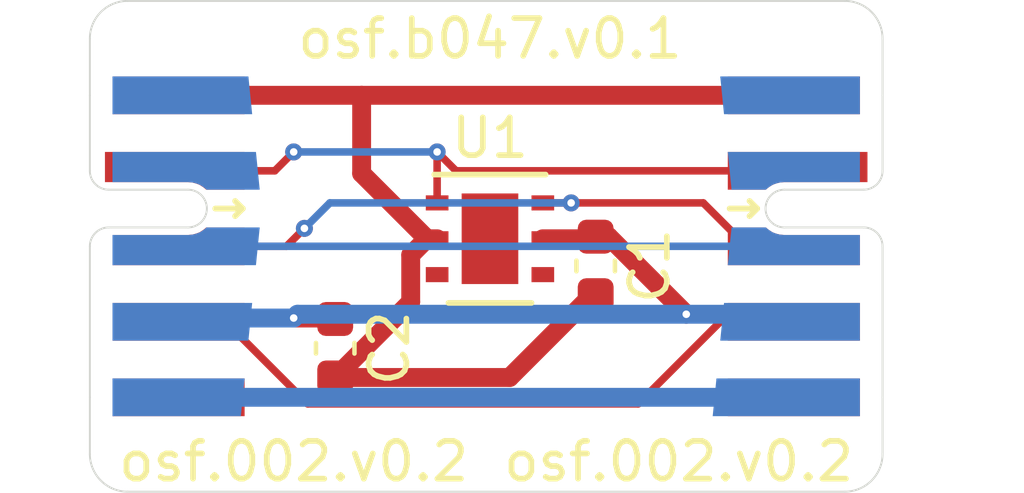
<source format=kicad_pcb>
(kicad_pcb (version 20171130) (host pcbnew "(5.1.9)-1")

  (general
    (thickness 1.6)
    (drawings 13)
    (tracks 48)
    (zones 0)
    (modules 5)
    (nets 8)
  )

  (page A4)
  (layers
    (0 F.Cu signal)
    (31 B.Cu signal)
    (32 B.Adhes user)
    (33 F.Adhes user)
    (34 B.Paste user)
    (35 F.Paste user)
    (36 B.SilkS user)
    (37 F.SilkS user)
    (38 B.Mask user)
    (39 F.Mask user)
    (40 Dwgs.User user)
    (41 Cmts.User user)
    (42 Eco1.User user)
    (43 Eco2.User user)
    (44 Edge.Cuts user)
    (45 Margin user)
    (46 B.CrtYd user)
    (47 F.CrtYd user)
    (48 B.Fab user)
    (49 F.Fab user)
  )

  (setup
    (last_trace_width 0.15)
    (user_trace_width 0.2)
    (user_trace_width 0.5)
    (trace_clearance 0.15)
    (zone_clearance 0.4)
    (zone_45_only no)
    (trace_min 0.15)
    (via_size 0.45)
    (via_drill 0.2)
    (via_min_size 0.45)
    (via_min_drill 0.2)
    (uvia_size 0.3)
    (uvia_drill 0.1)
    (uvias_allowed no)
    (uvia_min_size 0.2)
    (uvia_min_drill 0.1)
    (edge_width 0.05)
    (segment_width 0.2)
    (pcb_text_width 0.3)
    (pcb_text_size 1.5 1.5)
    (mod_edge_width 0.12)
    (mod_text_size 1 1)
    (mod_text_width 0.15)
    (pad_size 1.524 1.524)
    (pad_drill 0.762)
    (pad_to_mask_clearance 0.04)
    (solder_mask_min_width 0.1)
    (aux_axis_origin 0 0)
    (visible_elements 7FFFFFFF)
    (pcbplotparams
      (layerselection 0x010fc_ffffffff)
      (usegerberextensions false)
      (usegerberattributes false)
      (usegerberadvancedattributes false)
      (creategerberjobfile false)
      (excludeedgelayer true)
      (linewidth 0.100000)
      (plotframeref false)
      (viasonmask false)
      (mode 1)
      (useauxorigin false)
      (hpglpennumber 1)
      (hpglpenspeed 20)
      (hpglpendiameter 15.000000)
      (psnegative false)
      (psa4output false)
      (plotreference true)
      (plotvalue true)
      (plotinvisibletext false)
      (padsonsilk false)
      (subtractmaskfromsilk false)
      (outputformat 1)
      (mirror false)
      (drillshape 0)
      (scaleselection 1)
      (outputdirectory "gerber"))
  )

  (net 0 "")
  (net 1 GND)
  (net 2 /sensor/3.3V)
  (net 3 /sensor/SDA)
  (net 4 /sensor/SCL)
  (net 5 "Net-(J1-Pad8)")
  (net 6 "Net-(J1-Pad10)")
  (net 7 "Net-(J1-Pad4)")

  (net_class Default "This is the default net class."
    (clearance 0.15)
    (trace_width 0.15)
    (via_dia 0.45)
    (via_drill 0.2)
    (uvia_dia 0.3)
    (uvia_drill 0.1)
    (add_net /sensor/3.3V)
    (add_net /sensor/SCL)
    (add_net /sensor/SDA)
    (add_net GND)
    (add_net "Net-(J1-Pad10)")
    (add_net "Net-(J1-Pad4)")
    (add_net "Net-(J1-Pad8)")
  )

  (module Capacitor_SMD:C_0603_1608Metric (layer F.Cu) (tedit 5F68FEEE) (tstamp 60A7FF35)
    (at 83.5 83.2 270)
    (descr "Capacitor SMD 0603 (1608 Metric), square (rectangular) end terminal, IPC_7351 nominal, (Body size source: IPC-SM-782 page 76, https://www.pcb-3d.com/wordpress/wp-content/uploads/ipc-sm-782a_amendment_1_and_2.pdf), generated with kicad-footprint-generator")
    (tags capacitor)
    (path /60A84648/60A895A5)
    (attr smd)
    (fp_text reference C2 (at 0 -1.43 90) (layer F.SilkS)
      (effects (font (size 1 1) (thickness 0.15)))
    )
    (fp_text value 1uF (at 0 1.43 90) (layer F.Fab)
      (effects (font (size 1 1) (thickness 0.15)))
    )
    (fp_line (start 1.48 0.73) (end -1.48 0.73) (layer F.CrtYd) (width 0.05))
    (fp_line (start 1.48 -0.73) (end 1.48 0.73) (layer F.CrtYd) (width 0.05))
    (fp_line (start -1.48 -0.73) (end 1.48 -0.73) (layer F.CrtYd) (width 0.05))
    (fp_line (start -1.48 0.73) (end -1.48 -0.73) (layer F.CrtYd) (width 0.05))
    (fp_line (start -0.14058 0.51) (end 0.14058 0.51) (layer F.SilkS) (width 0.12))
    (fp_line (start -0.14058 -0.51) (end 0.14058 -0.51) (layer F.SilkS) (width 0.12))
    (fp_line (start 0.8 0.4) (end -0.8 0.4) (layer F.Fab) (width 0.1))
    (fp_line (start 0.8 -0.4) (end 0.8 0.4) (layer F.Fab) (width 0.1))
    (fp_line (start -0.8 -0.4) (end 0.8 -0.4) (layer F.Fab) (width 0.1))
    (fp_line (start -0.8 0.4) (end -0.8 -0.4) (layer F.Fab) (width 0.1))
    (fp_text user %R (at 0 0 90) (layer F.Fab)
      (effects (font (size 0.4 0.4) (thickness 0.06)))
    )
    (pad 2 smd roundrect (at 0.775 0 270) (size 0.9 0.95) (layers F.Cu F.Paste F.Mask) (roundrect_rratio 0.25)
      (net 1 GND))
    (pad 1 smd roundrect (at -0.775 0 270) (size 0.9 0.95) (layers F.Cu F.Paste F.Mask) (roundrect_rratio 0.25)
      (net 2 /sensor/3.3V))
    (model ${KISYS3DMOD}/Capacitor_SMD.3dshapes/C_0603_1608Metric.wrl
      (at (xyz 0 0 0))
      (scale (xyz 1 1 1))
      (rotate (xyz 0 0 0))
    )
  )

  (module Capacitor_SMD:C_0603_1608Metric (layer F.Cu) (tedit 5F68FEEE) (tstamp 60A7FF24)
    (at 90.4 81.02 270)
    (descr "Capacitor SMD 0603 (1608 Metric), square (rectangular) end terminal, IPC_7351 nominal, (Body size source: IPC-SM-782 page 76, https://www.pcb-3d.com/wordpress/wp-content/uploads/ipc-sm-782a_amendment_1_and_2.pdf), generated with kicad-footprint-generator")
    (tags capacitor)
    (path /60A84648/60A895B2)
    (attr smd)
    (fp_text reference C1 (at 0 -1.43 90) (layer F.SilkS)
      (effects (font (size 1 1) (thickness 0.15)))
    )
    (fp_text value 1uF (at 0 1.43 90) (layer F.Fab)
      (effects (font (size 1 1) (thickness 0.15)))
    )
    (fp_line (start 1.48 0.73) (end -1.48 0.73) (layer F.CrtYd) (width 0.05))
    (fp_line (start 1.48 -0.73) (end 1.48 0.73) (layer F.CrtYd) (width 0.05))
    (fp_line (start -1.48 -0.73) (end 1.48 -0.73) (layer F.CrtYd) (width 0.05))
    (fp_line (start -1.48 0.73) (end -1.48 -0.73) (layer F.CrtYd) (width 0.05))
    (fp_line (start -0.14058 0.51) (end 0.14058 0.51) (layer F.SilkS) (width 0.12))
    (fp_line (start -0.14058 -0.51) (end 0.14058 -0.51) (layer F.SilkS) (width 0.12))
    (fp_line (start 0.8 0.4) (end -0.8 0.4) (layer F.Fab) (width 0.1))
    (fp_line (start 0.8 -0.4) (end 0.8 0.4) (layer F.Fab) (width 0.1))
    (fp_line (start -0.8 -0.4) (end 0.8 -0.4) (layer F.Fab) (width 0.1))
    (fp_line (start -0.8 0.4) (end -0.8 -0.4) (layer F.Fab) (width 0.1))
    (fp_text user %R (at 0 0 90) (layer F.Fab)
      (effects (font (size 0.4 0.4) (thickness 0.06)))
    )
    (pad 2 smd roundrect (at 0.775 0 270) (size 0.9 0.95) (layers F.Cu F.Paste F.Mask) (roundrect_rratio 0.25)
      (net 1 GND))
    (pad 1 smd roundrect (at -0.775 0 270) (size 0.9 0.95) (layers F.Cu F.Paste F.Mask) (roundrect_rratio 0.25)
      (net 2 /sensor/3.3V))
    (model ${KISYS3DMOD}/Capacitor_SMD.3dshapes/C_0603_1608Metric.wrl
      (at (xyz 0 0 0))
      (scale (xyz 1 1 1))
      (rotate (xyz 0 0 0))
    )
  )

  (module Package_SON:Texas_PWSON-N6 (layer F.Cu) (tedit 5A15BFB4) (tstamp 60A7FF8C)
    (at 87.6 80.3)
    (descr "Plastic Small Outline No-Lead http://www.ti.com/lit/ml/mpds176e/mpds176e.pdf")
    (tags "Plastic Small Outline No-Lead")
    (path /60A84648/60A895C2)
    (attr smd)
    (fp_text reference U1 (at 0 -2.67) (layer F.SilkS)
      (effects (font (size 1 1) (thickness 0.15)))
    )
    (fp_text value HDC1080 (at 0 2.725) (layer F.Fab)
      (effects (font (size 1 1) (thickness 0.15)))
    )
    (fp_line (start 1.475 -1.5) (end 1.475 1.5) (layer F.Fab) (width 0.15))
    (fp_line (start 1.475 1.5) (end -1.475 1.5) (layer F.Fab) (width 0.15))
    (fp_line (start -1.98 -1.86) (end 1.98 -1.86) (layer F.CrtYd) (width 0.05))
    (fp_line (start -1.98 1.85) (end -1.98 -1.85) (layer F.CrtYd) (width 0.05))
    (fp_line (start -1.98 1.85) (end 1.98 1.85) (layer F.CrtYd) (width 0.05))
    (fp_line (start 1.98 1.85) (end 1.98 -1.85) (layer F.CrtYd) (width 0.05))
    (fp_line (start -1.475 -0.75) (end -0.825 -1.5) (layer F.Fab) (width 0.15))
    (fp_line (start -1.475 1.5) (end -1.475 -0.75) (layer F.Fab) (width 0.15))
    (fp_line (start 1.475 -1.5) (end -0.825 -1.5) (layer F.Fab) (width 0.15))
    (fp_line (start 1.1 1.7) (end -1.1 1.7) (layer F.SilkS) (width 0.15))
    (fp_line (start 1.475 -1.7) (end -1.475 -1.7) (layer F.SilkS) (width 0.15))
    (fp_text user %R (at 0 0) (layer F.Fab)
      (effects (font (size 0.5 0.5) (thickness 0.1)))
    )
    (pad 6 smd rect (at 1.4 -0.95) (size 0.6 0.4) (layers F.Cu F.Paste F.Mask)
      (net 4 /sensor/SCL))
    (pad 5 smd rect (at 1.4 0) (size 0.6 0.4) (layers F.Cu F.Paste F.Mask)
      (net 2 /sensor/3.3V))
    (pad 4 smd rect (at 1.4 0.95) (size 0.6 0.4) (layers F.Cu F.Paste F.Mask))
    (pad 3 smd rect (at -1.4 0.95) (size 0.6 0.4) (layers F.Cu F.Paste F.Mask))
    (pad 2 smd rect (at -1.4 0) (size 0.6 0.4) (layers F.Cu F.Paste F.Mask)
      (net 1 GND))
    (pad 1 smd rect (at -1.4 -0.95) (size 0.6 0.4) (layers F.Cu F.Paste F.Mask)
      (net 3 /sensor/SDA))
    (pad 7 smd rect (at 0 0) (size 1.5 2.4) (layers F.Cu F.Paste F.Mask))
    (model ${KISYS3DMOD}/Package_SON.3dshapes/Texas_PWSON-N6.wrl
      (at (xyz 0 0 0))
      (scale (xyz 1 1 1))
      (rotate (xyz 0 0 0))
    )
  )

  (module on_edge:on_edge_2x05_host (layer F.Cu) (tedit 607DF692) (tstamp 60A7FF75)
    (at 98 80.5 270)
    (path /60A85020)
    (attr virtual)
    (fp_text reference J2 (at 0.05 -3.2 180 unlocked) (layer F.Fab)
      (effects (font (size 0.5 0.5) (thickness 0.125)))
    )
    (fp_text value 001_I2C (at -1.2 -2 90) (layer F.Fab)
      (effects (font (size 1 1) (thickness 0.15)))
    )
    (fp_line (start -1 4.05) (end -1 3.323) (layer F.SilkS) (width 0.153))
    (fp_line (start -0.8 3.523) (end -1 3.323) (layer F.SilkS) (width 0.153))
    (fp_line (start -1 3.323) (end -1.2 3.523) (layer F.SilkS) (width 0.153))
    (fp_line (start -1.5 0.5) (end -1.5 2.6) (layer Edge.Cuts) (width 0.05))
    (fp_line (start -0.5 2.6) (end -0.5 0.5) (layer Edge.Cuts) (width 0.05))
    (fp_line (start -4 0) (end -2 0) (layer Edge.Cuts) (width 0.05))
    (fp_line (start 0 0) (end 4 0) (layer Edge.Cuts) (width 0.05))
    (fp_line (start -5 5) (end 5 5) (layer F.CrtYd) (width 0.05))
    (fp_line (start 5 5) (end 5 -0.5) (layer F.CrtYd) (width 0.05))
    (fp_line (start 5 -0.5) (end -5 -0.5) (layer F.CrtYd) (width 0.05))
    (fp_line (start -5 -0.5) (end -5 5) (layer F.CrtYd) (width 0.05))
    (fp_line (start 5 5) (end -5 5) (layer B.CrtYd) (width 0.05))
    (fp_line (start -5 5) (end -5 -0.5) (layer B.CrtYd) (width 0.05))
    (fp_line (start -5 -0.5) (end 5 -0.5) (layer B.CrtYd) (width 0.05))
    (fp_line (start 5 -0.5) (end 5 5) (layer B.CrtYd) (width 0.05))
    (fp_arc (start 0 0.5) (end 0 0) (angle -90) (layer Edge.Cuts) (width 0.05))
    (fp_arc (start -2 0.5) (end -1.5 0.5) (angle -90) (layer Edge.Cuts) (width 0.05))
    (fp_arc (start -1 2.6) (end -1.5 2.6) (angle -180) (layer Edge.Cuts) (width 0.05))
    (pad 2 smd custom (at -2 3.6 270) (size 1 1) (layers F.Cu F.Mask)
      (net 3 /sensor/SDA) (zone_connect 0)
      (options (clearance outline) (anchor rect))
      (primitives
        (gr_poly (pts
           (xy 0.3 -0.99) (xy 0.31 -0.88) (xy 0.33 -0.8) (xy 0.35 -0.74) (xy 0.37 -0.69)
           (xy 0.4 -0.64) (xy 0.44 -0.58) (xy 0.48 -0.53) (xy 0.5 -0.51) (xy 0.5 0.5)
           (xy -0.5 0.5) (xy -0.5 -3.2) (xy 0.3 -3.2)) (width 0))
      ))
    (pad 3 smd custom (at 0 3.6 270) (size 1 1) (layers F.Cu F.Mask)
      (net 4 /sensor/SCL) (zone_connect 0)
      (options (clearance outline) (anchor rect))
      (primitives
        (gr_poly (pts
           (xy -0.3 -0.99) (xy -0.31 -0.88) (xy -0.33 -0.8) (xy -0.35 -0.74) (xy -0.37 -0.69)
           (xy -0.4 -0.64) (xy -0.44 -0.58) (xy -0.48 -0.53) (xy -0.5 -0.51) (xy -0.5 0.5)
           (xy 0.5 0.5) (xy 0.5 -3) (xy -0.3 -3)) (width 0))
      ))
    (pad 8 smd custom (at 0 2.1 90) (size 0.4 0.4) (layers B.Cu B.Mask)
      (net 5 "Net-(J1-Pad8)") (zone_connect 0)
      (options (clearance outline) (anchor rect))
      (primitives
        (gr_poly (pts
           (xy 0.3 -0.51) (xy 0.31 -0.62) (xy 0.33 -0.7) (xy 0.35 -0.76) (xy 0.37 -0.81)
           (xy 0.4 -0.86) (xy 0.44 -0.92) (xy 0.48 -0.97) (xy 0.5 -0.99) (xy 0.5 -1.9)
           (xy -0.5 -2) (xy -0.5 1.5) (xy 0.3 1.5)) (width 0))
      ))
    (pad 7 smd custom (at -2 2.1 90) (size 0.4 0.4) (layers B.Cu B.Mask)
      (zone_connect 0)
      (options (clearance outline) (anchor rect))
      (primitives
        (gr_poly (pts
           (xy -0.3 -0.51) (xy -0.31 -0.62) (xy -0.33 -0.7) (xy -0.35 -0.76) (xy -0.37 -0.81)
           (xy -0.4 -0.86) (xy -0.44 -0.92) (xy -0.48 -0.97) (xy -0.5 -0.99) (xy -0.5 -1.9)
           (xy 0.5 -2) (xy 0.5 1.5) (xy -0.3 1.5)) (width 0))
      ))
    (pad 4 smd rect (at 2 2.35 270) (size 1 3.5) (layers F.Cu F.Mask)
      (net 7 "Net-(J1-Pad4)") (zone_connect 0))
    (pad 10 smd custom (at 4 2.5 90) (size 1 3.8) (layers B.Cu B.Mask)
      (net 6 "Net-(J1-Pad10)") (zone_connect 0)
      (options (clearance outline) (anchor rect))
      (primitives
        (gr_poly (pts
           (xy 0.5 -1.9) (xy -0.5 -2) (xy -0.5 -1.9)) (width 0))
      ))
    (pad 9 smd custom (at 2 2.4 90) (size 1 3.6) (layers B.Cu B.Mask)
      (net 2 /sensor/3.3V) (zone_connect 0)
      (options (clearance outline) (anchor rect))
      (primitives
        (gr_poly (pts
           (xy 0.5 -1.8) (xy -0.5 -1.9) (xy -0.5 -1.8)) (width 0))
      ))
    (pad 6 smd custom (at -4 2.4 90) (size 1 3.6) (layers B.Cu B.Mask)
      (zone_connect 0)
      (options (clearance outline) (anchor rect))
      (primitives
        (gr_poly (pts
           (xy 0.5 -1.8) (xy 0.5 -1.9) (xy -0.5 -1.8)) (width 0))
      ))
    (pad 5 smd rect (at 4 2.35 270) (size 1 3.5) (layers F.Cu F.Mask)
      (zone_connect 0))
    (pad 1 smd rect (at -4 2.35 270) (size 1 3.5) (layers F.Cu F.Mask)
      (net 1 GND) (zone_connect 0))
  )

  (module on_edge:on_edge_2x05_device (layer F.Cu) (tedit 607DF540) (tstamp 60A7FF55)
    (at 77 80.5 270)
    (path /60A8488C)
    (attr virtual)
    (fp_text reference J1 (at 0 1.2 270 unlocked) (layer F.Fab)
      (effects (font (size 0.5 0.5) (thickness 0.05)))
    )
    (fp_text value 001_I2C (at 0 2 270 unlocked) (layer F.Fab)
      (effects (font (size 0.5 0.5) (thickness 0.05)))
    )
    (fp_line (start 5 0.5) (end 5 -5) (layer B.CrtYd) (width 0.05))
    (fp_line (start -5 0.5) (end 5 0.5) (layer B.CrtYd) (width 0.05))
    (fp_line (start -5 -5) (end -5 0.5) (layer B.CrtYd) (width 0.05))
    (fp_line (start 5 -5) (end -5 -5) (layer B.CrtYd) (width 0.05))
    (fp_line (start -5 0.5) (end -5 -5) (layer F.CrtYd) (width 0.05))
    (fp_line (start 5 0.5) (end -5 0.5) (layer F.CrtYd) (width 0.05))
    (fp_line (start 5 -5) (end 5 0.5) (layer F.CrtYd) (width 0.05))
    (fp_line (start -5 -5) (end 5 -5) (layer F.CrtYd) (width 0.05))
    (fp_line (start 0 0) (end 4 0) (layer Edge.Cuts) (width 0.05))
    (fp_line (start -4 0) (end -2 0) (layer Edge.Cuts) (width 0.05))
    (fp_line (start -1 -4.05) (end -1 -3.323) (layer F.SilkS) (width 0.153))
    (fp_line (start -1 -4.05) (end -0.8 -3.85) (layer F.SilkS) (width 0.153))
    (fp_line (start -1.2 -3.85) (end -1 -4.05) (layer F.SilkS) (width 0.153))
    (fp_line (start -0.5 -0.5) (end -0.5 -2.6) (layer Edge.Cuts) (width 0.05))
    (fp_line (start -1.5 -2.6) (end -1.5 -0.5) (layer Edge.Cuts) (width 0.05))
    (fp_arc (start -2 -0.5) (end -2 0) (angle -90) (layer Edge.Cuts) (width 0.05))
    (fp_arc (start 0 -0.5) (end -0.5 -0.5) (angle -90) (layer Edge.Cuts) (width 0.05))
    (fp_arc (start -1 -2.6) (end -0.5 -2.6) (angle -180) (layer Edge.Cuts) (width 0.05))
    (pad 2 smd custom (at -2 -3.6 270) (size 1 1) (layers F.Cu F.Mask)
      (net 3 /sensor/SDA) (zone_connect 0)
      (options (clearance outline) (anchor rect))
      (primitives
        (gr_poly (pts
           (xy 0.3 1) (xy 0.31 0.89) (xy 0.33 0.81) (xy 0.35 0.75) (xy 0.37 0.7)
           (xy 0.4 0.65) (xy 0.44 0.59) (xy 0.48 0.54) (xy 0.5 0.52) (xy 0.5 -0.5)
           (xy -0.5 -0.5) (xy -0.5 3.2) (xy 0.3 3.2)) (width 0))
      ))
    (pad 3 smd custom (at 0 -3.6 270) (size 1 1) (layers F.Cu F.Mask)
      (net 4 /sensor/SCL) (zone_connect 0)
      (options (clearance outline) (anchor rect))
      (primitives
        (gr_poly (pts
           (xy -0.3 1) (xy -0.31 0.89) (xy -0.33 0.81) (xy -0.35 0.75) (xy -0.37 0.7)
           (xy -0.4 0.65) (xy -0.44 0.59) (xy -0.48 0.54) (xy -0.5 0.52) (xy -0.5 -0.5)
           (xy 0.5 -0.5) (xy 0.5 3) (xy -0.3 3)) (width 0))
      ))
    (pad 8 smd custom (at 0 -2.1 270) (size 0.4 0.4) (layers B.Cu B.Mask)
      (net 5 "Net-(J1-Pad8)") (zone_connect 0)
      (options (clearance outline) (anchor rect))
      (primitives
        (gr_poly (pts
           (xy -0.3 -0.51) (xy -0.31 -0.62) (xy -0.33 -0.7) (xy -0.35 -0.76) (xy -0.37 -0.81)
           (xy -0.4 -0.86) (xy -0.44 -0.92) (xy -0.48 -0.97) (xy -0.5 -0.99) (xy -0.5 -2.4)
           (xy 0.5 -2.3) (xy 0.5 1.5) (xy -0.3 1.5)) (width 0))
      ))
    (pad 7 smd custom (at -2 -2.1 270) (size 0.4 0.4) (layers B.Cu B.Mask)
      (zone_connect 0)
      (options (clearance outline) (anchor rect))
      (primitives
        (gr_poly (pts
           (xy 0.3 -0.51) (xy 0.31 -0.62) (xy 0.33 -0.7) (xy 0.35 -0.76) (xy 0.37 -0.81)
           (xy 0.4 -0.86) (xy 0.44 -0.92) (xy 0.48 -0.97) (xy 0.5 -0.99) (xy 0.5 -2.4)
           (xy -0.5 -2.3) (xy -0.5 1.5) (xy 0.3 1.5)) (width 0))
      ))
    (pad 10 smd custom (at 4 -2.3 270) (size 1 3.4) (layers B.Cu B.Mask)
      (net 6 "Net-(J1-Pad10)") (zone_connect 0)
      (options (clearance outline) (anchor rect))
      (primitives
        (gr_poly (pts
           (xy -0.5 -1.7) (xy -0.5 -1.8) (xy 0.5 -1.7)) (width 0))
      ))
    (pad 9 smd custom (at 2 -2.4 270) (size 1 3.6) (layers B.Cu B.Mask)
      (net 2 /sensor/3.3V) (zone_connect 0)
      (options (clearance outline) (anchor rect))
      (primitives
        (gr_poly (pts
           (xy -0.5 -1.8) (xy -0.5 -1.9) (xy 0.5 -1.8)) (width 0))
      ))
    (pad 6 smd custom (at -4 -2.4 270) (size 1 3.6) (layers B.Cu B.Mask)
      (zone_connect 0)
      (options (clearance outline) (anchor rect))
      (primitives
        (gr_poly (pts
           (xy 0.5 -1.8) (xy 0.5 -1.9) (xy -0.5 -1.8)) (width 0))
      ))
    (pad 5 smd rect (at 4 -2.35 90) (size 1 3.5) (layers F.Cu F.Mask)
      (zone_connect 0))
    (pad 1 smd rect (at -4 -2.35 90) (size 1 3.5) (layers F.Cu F.Mask)
      (net 1 GND) (zone_connect 0))
    (pad 4 smd rect (at 2 -2.35 90) (size 1 3.5) (layers F.Cu F.Mask)
      (net 7 "Net-(J1-Pad4)") (zone_connect 0))
  )

  (gr_text osf.002.v0.2 (at 82.4 86.2) (layer F.SilkS) (tstamp 60A80003)
    (effects (font (size 1 1) (thickness 0.15)))
  )
  (gr_text osf.002.v0.2 (at 92.6 86.2) (layer F.SilkS) (tstamp 60A86256)
    (effects (font (size 1 1) (thickness 0.15)))
  )
  (gr_text osf.b047.v0.1 (at 87.6 75) (layer F.SilkS)
    (effects (font (size 1 1) (thickness 0.15)))
  )
  (gr_line (start 77 86) (end 77 84.5) (layer Edge.Cuts) (width 0.05))
  (gr_line (start 98 76.5) (end 98 75) (layer Edge.Cuts) (width 0.05) (tstamp 6083D7CB))
  (gr_line (start 98 86) (end 98 84.5) (layer Edge.Cuts) (width 0.05))
  (gr_line (start 97 74) (end 78 74) (layer Edge.Cuts) (width 0.05) (tstamp 6083D74C))
  (gr_line (start 77 76.5) (end 77 75) (layer Edge.Cuts) (width 0.05) (tstamp 6083704E))
  (gr_line (start 97 87) (end 78 87) (layer Edge.Cuts) (width 0.05) (tstamp 6083704D))
  (gr_arc (start 78 86) (end 77 86) (angle -90) (layer Edge.Cuts) (width 0.05))
  (gr_arc (start 97 86) (end 97 87) (angle -90) (layer Edge.Cuts) (width 0.05))
  (gr_arc (start 78 75) (end 78 74) (angle -90) (layer Edge.Cuts) (width 0.05))
  (gr_arc (start 97 75) (end 98 75) (angle -90) (layer Edge.Cuts) (width 0.05))

  (segment (start 85.499999 81.975001) (end 83.5 83.975) (width 0.5) (layer F.Cu) (net 1))
  (segment (start 85.499999 80.729999) (end 85.499999 81.975001) (width 0.5) (layer F.Cu) (net 1))
  (segment (start 85.929998 80.3) (end 85.499999 80.729999) (width 0.5) (layer F.Cu) (net 1))
  (segment (start 86.2 80.3) (end 85.929998 80.3) (width 0.5) (layer F.Cu) (net 1))
  (segment (start 88.12 83.975) (end 83.5 83.975) (width 0.5) (layer F.Cu) (net 1))
  (segment (start 90.3 81.795) (end 88.12 83.975) (width 0.5) (layer F.Cu) (net 1))
  (segment (start 84.2 78.570002) (end 85.929998 80.3) (width 0.5) (layer F.Cu) (net 1))
  (segment (start 84.2 76.5) (end 84.2 78.570002) (width 0.5) (layer F.Cu) (net 1))
  (segment (start 95.65 76.5) (end 84.2 76.5) (width 0.5) (layer F.Cu) (net 1))
  (segment (start 84.2 76.5) (end 79.35 76.5) (width 0.5) (layer F.Cu) (net 1))
  (segment (start 90.245 80.3) (end 90.3 80.245) (width 0.5) (layer F.Cu) (net 2))
  (segment (start 89 80.3) (end 90.245 80.3) (width 0.5) (layer F.Cu) (net 2))
  (via (at 92.8 82.3) (size 0.45) (drill 0.2) (layers F.Cu B.Cu) (net 2))
  (segment (start 90.745 80.245) (end 92.8 82.3) (width 0.5) (layer F.Cu) (net 2))
  (segment (start 90.3 80.245) (end 90.745 80.245) (width 0.5) (layer F.Cu) (net 2))
  (segment (start 95.4 82.3) (end 95.6 82.5) (width 0.5) (layer B.Cu) (net 2))
  (segment (start 92.8 82.3) (end 95.4 82.3) (width 0.5) (layer B.Cu) (net 2))
  (via (at 82.4 82.4) (size 0.45) (drill 0.2) (layers F.Cu B.Cu) (net 2))
  (segment (start 82.5 82.3) (end 82.4 82.4) (width 0.5) (layer B.Cu) (net 2))
  (segment (start 92.8 82.3) (end 82.5 82.3) (width 0.5) (layer B.Cu) (net 2))
  (segment (start 83.475 82.4) (end 83.5 82.425) (width 0.5) (layer F.Cu) (net 2))
  (segment (start 82.4 82.4) (end 83.475 82.4) (width 0.5) (layer F.Cu) (net 2))
  (segment (start 79.5 82.4) (end 79.4 82.5) (width 0.5) (layer B.Cu) (net 2))
  (segment (start 82.4 82.4) (end 79.5 82.4) (width 0.5) (layer B.Cu) (net 2))
  (via (at 82.4 78) (size 0.45) (drill 0.2) (layers F.Cu B.Cu) (net 3))
  (segment (start 81.9 78.5) (end 82.4 78) (width 0.2) (layer F.Cu) (net 3))
  (segment (start 80.6 78.5) (end 81.9 78.5) (width 0.2) (layer F.Cu) (net 3))
  (via (at 86.2 78) (size 0.45) (drill 0.2) (layers F.Cu B.Cu) (net 3))
  (segment (start 82.4 78) (end 86.2 78) (width 0.2) (layer B.Cu) (net 3))
  (segment (start 86.2 78) (end 86.2 79.35) (width 0.2) (layer F.Cu) (net 3))
  (segment (start 86.7 78.5) (end 86.2 78) (width 0.2) (layer F.Cu) (net 3))
  (segment (start 94.4 78.5) (end 86.7 78.5) (width 0.2) (layer F.Cu) (net 3))
  (segment (start 94.4 80.5) (end 93.25 79.35) (width 0.2) (layer F.Cu) (net 4))
  (via (at 89.75 79.35) (size 0.45) (drill 0.2) (layers F.Cu B.Cu) (net 4))
  (segment (start 89 79.35) (end 89.75 79.35) (width 0.2) (layer F.Cu) (net 4))
  (segment (start 93.25 79.35) (end 89.75 79.35) (width 0.2) (layer F.Cu) (net 4))
  (via (at 82.683666 80.02499) (size 0.45) (drill 0.2) (layers F.Cu B.Cu) (net 4))
  (segment (start 89.75 79.35) (end 83.358656 79.35) (width 0.2) (layer B.Cu) (net 4))
  (segment (start 83.358656 79.35) (end 82.683666 80.02499) (width 0.2) (layer B.Cu) (net 4))
  (segment (start 80.6 80.5) (end 82.208656 80.5) (width 0.2) (layer F.Cu) (net 4))
  (segment (start 82.208656 80.5) (end 82.683666 80.02499) (width 0.2) (layer F.Cu) (net 4))
  (segment (start 79.1 80.5) (end 95.9 80.5) (width 0.2) (layer B.Cu) (net 5))
  (segment (start 79.3 84.5) (end 95.5 84.5) (width 0.5) (layer B.Cu) (net 6))
  (segment (start 93.7 82.5) (end 95.65 82.5) (width 0.2) (layer F.Cu) (net 7))
  (segment (start 82.77501 84.67501) (end 91.52499 84.67501) (width 0.2) (layer F.Cu) (net 7))
  (segment (start 91.52499 84.67501) (end 93.7 82.5) (width 0.2) (layer F.Cu) (net 7))
  (segment (start 80.6 82.5) (end 82.77501 84.67501) (width 0.2) (layer F.Cu) (net 7))
  (segment (start 79.35 82.5) (end 80.6 82.5) (width 0.2) (layer F.Cu) (net 7))

)

</source>
